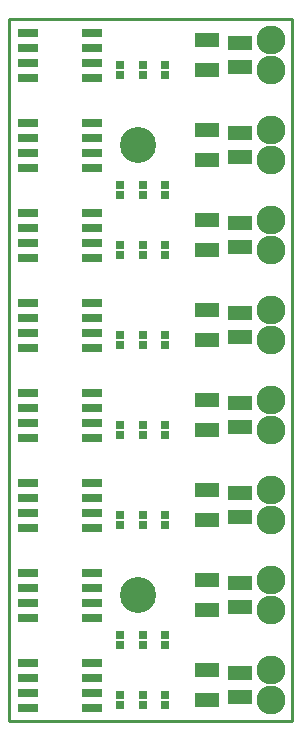
<source format=gbs>
G04 #@! TF.FileFunction,Soldermask,Bot*
%FSLAX46Y46*%
G04 Gerber Fmt 4.6, Leading zero omitted, Abs format (unit mm)*
G04 Created by KiCad (PCBNEW 0.201506082246+5724~23~ubuntu14.04.1-product) date Wed 10 Jun 2015 10:15:59 AM EDT*
%MOMM*%
G01*
G04 APERTURE LIST*
%ADD10C,0.100000*%
%ADD11C,0.228600*%
%ADD12R,2.000200X1.187400*%
%ADD13C,2.438400*%
%ADD14C,3.048000*%
%ADD15R,0.721360X0.721360*%
%ADD16R,1.701800X0.751840*%
G04 APERTURE END LIST*
D10*
D11*
X25400000Y-84836000D02*
X49364900Y-84836000D01*
X49364900Y-25400000D02*
X49364900Y-84836000D01*
X25400000Y-25400000D02*
X25400000Y-84836000D01*
X25400000Y-25400000D02*
X49364900Y-25400000D01*
D12*
X45002400Y-27406600D03*
X45002400Y-29489400D03*
X45002400Y-35026600D03*
X45002400Y-37109400D03*
X45002400Y-42646600D03*
X45002400Y-44729400D03*
X45002400Y-50266600D03*
X45002400Y-52349400D03*
X45002400Y-57886600D03*
X45002400Y-59969400D03*
X45002400Y-65506600D03*
X45002400Y-67589400D03*
X45002400Y-73126600D03*
X45002400Y-75209400D03*
X45002400Y-80746600D03*
X45002400Y-82829400D03*
D13*
X47586900Y-27178000D03*
X47586900Y-29718000D03*
X47586900Y-34798000D03*
X47586900Y-37338000D03*
X47586900Y-42418000D03*
X47586900Y-44958000D03*
X47586900Y-50038000D03*
X47586900Y-52578000D03*
X47586900Y-57658000D03*
X47586900Y-60198000D03*
X47586900Y-65278000D03*
X47586900Y-67818000D03*
X47586900Y-72898000D03*
X47586900Y-75438000D03*
X47586900Y-80518000D03*
X47586900Y-83058000D03*
D14*
X36334700Y-74168000D03*
X36334700Y-36068000D03*
D15*
X36747400Y-29268420D03*
X36747400Y-30167580D03*
X36747400Y-39428420D03*
X36747400Y-40327580D03*
X36747400Y-44508420D03*
X36747400Y-45407580D03*
X36747400Y-52128420D03*
X36747400Y-53027580D03*
X36747400Y-59748420D03*
X36747400Y-60647580D03*
X36747400Y-67368420D03*
X36747400Y-68267580D03*
X36747400Y-77528420D03*
X36747400Y-78427580D03*
X36747400Y-82608420D03*
X36747400Y-83507580D03*
X34842400Y-29268420D03*
X34842400Y-30167580D03*
X38652400Y-29268420D03*
X38652400Y-30167580D03*
X34842400Y-39428420D03*
X34842400Y-40327580D03*
X38652400Y-39428420D03*
X38652400Y-40327580D03*
X34842400Y-44508420D03*
X34842400Y-45407580D03*
X38652400Y-44508420D03*
X38652400Y-45407580D03*
X34842400Y-52128420D03*
X34842400Y-53027580D03*
X38652400Y-52128420D03*
X38652400Y-53027580D03*
X34842400Y-59748420D03*
X34842400Y-60647580D03*
X38652400Y-59748420D03*
X38652400Y-60647580D03*
X34842400Y-67368420D03*
X34842400Y-68267580D03*
X38652400Y-67368420D03*
X38652400Y-68267580D03*
X34842400Y-77528420D03*
X34842400Y-78427580D03*
X38652400Y-77528420D03*
X38652400Y-78427580D03*
X34842400Y-82608420D03*
X34842400Y-83507580D03*
X38652400Y-82608420D03*
X38652400Y-83507580D03*
D16*
X32454900Y-26543000D03*
X32454900Y-27813000D03*
X32454900Y-29083000D03*
X32454900Y-30353000D03*
X27070100Y-30353000D03*
X27070100Y-29083000D03*
X27070100Y-27813000D03*
X27070100Y-26543000D03*
X32454900Y-34163000D03*
X32454900Y-35433000D03*
X32454900Y-36703000D03*
X32454900Y-37973000D03*
X27070100Y-37973000D03*
X27070100Y-36703000D03*
X27070100Y-35433000D03*
X27070100Y-34163000D03*
X32454900Y-41783000D03*
X32454900Y-43053000D03*
X32454900Y-44323000D03*
X32454900Y-45593000D03*
X27070100Y-45593000D03*
X27070100Y-44323000D03*
X27070100Y-43053000D03*
X27070100Y-41783000D03*
X32454900Y-49403000D03*
X32454900Y-50673000D03*
X32454900Y-51943000D03*
X32454900Y-53213000D03*
X27070100Y-53213000D03*
X27070100Y-51943000D03*
X27070100Y-50673000D03*
X27070100Y-49403000D03*
X32454900Y-57023000D03*
X32454900Y-58293000D03*
X32454900Y-59563000D03*
X32454900Y-60833000D03*
X27070100Y-60833000D03*
X27070100Y-59563000D03*
X27070100Y-58293000D03*
X27070100Y-57023000D03*
X32454900Y-64643000D03*
X32454900Y-65913000D03*
X32454900Y-67183000D03*
X32454900Y-68453000D03*
X27070100Y-68453000D03*
X27070100Y-67183000D03*
X27070100Y-65913000D03*
X27070100Y-64643000D03*
X32454900Y-72263000D03*
X32454900Y-73533000D03*
X32454900Y-74803000D03*
X32454900Y-76073000D03*
X27070100Y-76073000D03*
X27070100Y-74803000D03*
X27070100Y-73533000D03*
X27070100Y-72263000D03*
X32454900Y-79883000D03*
X32454900Y-81153000D03*
X32454900Y-82423000D03*
X32454900Y-83693000D03*
X27070100Y-83693000D03*
X27070100Y-82423000D03*
X27070100Y-81153000D03*
X27070100Y-79883000D03*
D12*
X42208400Y-27178000D03*
X42208400Y-29718000D03*
X42208400Y-34798000D03*
X42208400Y-37338000D03*
X42208400Y-42418000D03*
X42208400Y-44958000D03*
X42208400Y-50038000D03*
X42208400Y-52578000D03*
X42208400Y-57658000D03*
X42208400Y-60198000D03*
X42208400Y-65278000D03*
X42208400Y-67818000D03*
X42208400Y-72898000D03*
X42208400Y-75438000D03*
X42208400Y-80518000D03*
X42208400Y-83058000D03*
M02*

</source>
